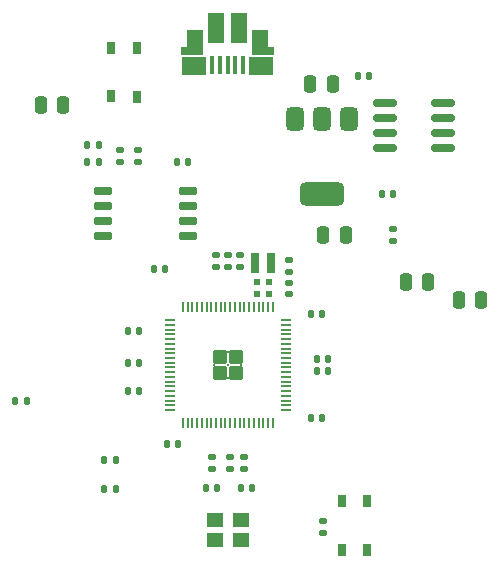
<source format=gtp>
G04 #@! TF.GenerationSoftware,KiCad,Pcbnew,9.0.5*
G04 #@! TF.CreationDate,2025-11-21T14:26:13-06:00*
G04 #@! TF.ProjectId,ece362snakegamepcb,65636533-3632-4736-9e61-6b6567616d65,REV3*
G04 #@! TF.SameCoordinates,Original*
G04 #@! TF.FileFunction,Paste,Top*
G04 #@! TF.FilePolarity,Positive*
%FSLAX46Y46*%
G04 Gerber Fmt 4.6, Leading zero omitted, Abs format (unit mm)*
G04 Created by KiCad (PCBNEW 9.0.5) date 2025-11-21 14:26:13*
%MOMM*%
%LPD*%
G01*
G04 APERTURE LIST*
G04 Aperture macros list*
%AMRoundRect*
0 Rectangle with rounded corners*
0 $1 Rounding radius*
0 $2 $3 $4 $5 $6 $7 $8 $9 X,Y pos of 4 corners*
0 Add a 4 corners polygon primitive as box body*
4,1,4,$2,$3,$4,$5,$6,$7,$8,$9,$2,$3,0*
0 Add four circle primitives for the rounded corners*
1,1,$1+$1,$2,$3*
1,1,$1+$1,$4,$5*
1,1,$1+$1,$6,$7*
1,1,$1+$1,$8,$9*
0 Add four rect primitives between the rounded corners*
20,1,$1+$1,$2,$3,$4,$5,0*
20,1,$1+$1,$4,$5,$6,$7,0*
20,1,$1+$1,$6,$7,$8,$9,0*
20,1,$1+$1,$8,$9,$2,$3,0*%
G04 Aperture macros list end*
%ADD10RoundRect,0.250000X-0.350000X-0.350000X0.350000X-0.350000X0.350000X0.350000X-0.350000X0.350000X0*%
%ADD11RoundRect,0.055000X0.335000X-0.055000X0.335000X0.055000X-0.335000X0.055000X-0.335000X-0.055000X0*%
%ADD12RoundRect,0.055000X-0.055000X-0.335000X0.055000X-0.335000X0.055000X0.335000X-0.055000X0.335000X0*%
%ADD13R,0.133333X0.133333*%
%ADD14RoundRect,0.375000X-0.375000X0.625000X-0.375000X-0.625000X0.375000X-0.625000X0.375000X0.625000X0*%
%ADD15RoundRect,0.500000X-1.400000X0.500000X-1.400000X-0.500000X1.400000X-0.500000X1.400000X0.500000X0*%
%ADD16R,0.400000X1.650000*%
%ADD17R,1.825000X0.700000*%
%ADD18R,2.000000X1.500000*%
%ADD19R,1.350000X2.000000*%
%ADD20R,1.430000X2.500000*%
%ADD21RoundRect,0.250000X-0.250000X-0.475000X0.250000X-0.475000X0.250000X0.475000X-0.250000X0.475000X0*%
%ADD22RoundRect,0.140000X0.140000X0.170000X-0.140000X0.170000X-0.140000X-0.170000X0.140000X-0.170000X0*%
%ADD23RoundRect,0.135000X-0.185000X0.135000X-0.185000X-0.135000X0.185000X-0.135000X0.185000X0.135000X0*%
%ADD24RoundRect,0.150000X-0.650000X-0.150000X0.650000X-0.150000X0.650000X0.150000X-0.650000X0.150000X0*%
%ADD25RoundRect,0.140000X-0.140000X-0.170000X0.140000X-0.170000X0.140000X0.170000X-0.140000X0.170000X0*%
%ADD26RoundRect,0.140000X0.170000X-0.140000X0.170000X0.140000X-0.170000X0.140000X-0.170000X-0.140000X0*%
%ADD27R,1.400000X1.200000*%
%ADD28RoundRect,0.140000X-0.170000X0.140000X-0.170000X-0.140000X0.170000X-0.140000X0.170000X0.140000X0*%
%ADD29R,0.470000X0.530000*%
%ADD30RoundRect,0.250000X0.250000X0.475000X-0.250000X0.475000X-0.250000X-0.475000X0.250000X-0.475000X0*%
%ADD31R,0.650000X1.050000*%
%ADD32RoundRect,0.135000X-0.135000X-0.185000X0.135000X-0.185000X0.135000X0.185000X-0.135000X0.185000X0*%
%ADD33RoundRect,0.150000X-0.825000X-0.150000X0.825000X-0.150000X0.825000X0.150000X-0.825000X0.150000X0*%
%ADD34R,0.700000X1.700000*%
G04 APERTURE END LIST*
D10*
X99300000Y-99300000D03*
X99300000Y-100700000D03*
X100700000Y-99300000D03*
X100700000Y-100700000D03*
D11*
X95103500Y-96200000D03*
X95103500Y-96600000D03*
X95103500Y-97000000D03*
X95103500Y-97400000D03*
X95103500Y-97800000D03*
X95103500Y-98200000D03*
X95103500Y-98600000D03*
X95103500Y-99000000D03*
X95103500Y-99400000D03*
X95103500Y-99800000D03*
X95103500Y-100200000D03*
X95103500Y-100600000D03*
X95103500Y-101000000D03*
X95103500Y-101400000D03*
X95103500Y-101800000D03*
X95103500Y-102200000D03*
X95103500Y-102600000D03*
X95103500Y-103000000D03*
X95103500Y-103400000D03*
X95103500Y-103800000D03*
D12*
X96200000Y-104896500D03*
X96600000Y-104896500D03*
X97000000Y-104896500D03*
X97400000Y-104896500D03*
X97800000Y-104896500D03*
X98200000Y-104896500D03*
X98600000Y-104896500D03*
X99000000Y-104896500D03*
X99400000Y-104896500D03*
X99800000Y-104896500D03*
X100200000Y-104896500D03*
X100600000Y-104896500D03*
X101000000Y-104896500D03*
X101400000Y-104896500D03*
X101800000Y-104896500D03*
X102200000Y-104896500D03*
X102600000Y-104896500D03*
X103000000Y-104896500D03*
X103400000Y-104896500D03*
X103800000Y-104896500D03*
D11*
X104896500Y-103800000D03*
X104896500Y-103400000D03*
X104896500Y-103000000D03*
X104896500Y-102600000D03*
X104896500Y-102200000D03*
X104896500Y-101800000D03*
X104896500Y-101400000D03*
X104896500Y-101000000D03*
X104896500Y-100600000D03*
X104896500Y-100200000D03*
X104896500Y-99800000D03*
X104896500Y-99400000D03*
X104896500Y-99000000D03*
X104896500Y-98600000D03*
X104896500Y-98200000D03*
X104896500Y-97800000D03*
X104896500Y-97400000D03*
X104896500Y-97000000D03*
X104896500Y-96600000D03*
X104896500Y-96200000D03*
D12*
X103800000Y-95103500D03*
X103400000Y-95103500D03*
X103000000Y-95103500D03*
X102600000Y-95103500D03*
X102200000Y-95103500D03*
X101800000Y-95103500D03*
X101400000Y-95103500D03*
X101000000Y-95103500D03*
X100600000Y-95103500D03*
X100200000Y-95103500D03*
X99800000Y-95103500D03*
X99400000Y-95103500D03*
X99000000Y-95103500D03*
X98600000Y-95103500D03*
X98200000Y-95103500D03*
X97800000Y-95103500D03*
X97400000Y-95103500D03*
X97000000Y-95103500D03*
X96600000Y-95103500D03*
X96200000Y-95103500D03*
D13*
X98866667Y-98866667D03*
X98866667Y-100000000D03*
X98866667Y-101133333D03*
X100000000Y-98866667D03*
X100000000Y-100000000D03*
X100000000Y-101133333D03*
X101133333Y-98866667D03*
X101133333Y-100000000D03*
X101133333Y-101133333D03*
D14*
X110300000Y-79200000D03*
X108000000Y-79200000D03*
D15*
X108000000Y-85500000D03*
D14*
X105700000Y-79200000D03*
D16*
X101300000Y-74600000D03*
X100650000Y-74600000D03*
X100000000Y-74600000D03*
X99350000Y-74600000D03*
X98700000Y-74600000D03*
D17*
X102950000Y-73400000D03*
D18*
X102850000Y-74700000D03*
D19*
X102730000Y-72650000D03*
D20*
X100960000Y-71450000D03*
X99040000Y-71450000D03*
D19*
X97250000Y-72650000D03*
D18*
X97100000Y-74720000D03*
D17*
X97000000Y-73400000D03*
D21*
X108075000Y-89000000D03*
X109975000Y-89000000D03*
D22*
X92480000Y-102200000D03*
X91520000Y-102200000D03*
X96665000Y-82830000D03*
X95705000Y-82830000D03*
D23*
X92400000Y-81790000D03*
X92400000Y-82810000D03*
D24*
X89400000Y-85295000D03*
X89400000Y-86565000D03*
X89400000Y-87835000D03*
X89400000Y-89105000D03*
X96600000Y-89105000D03*
X96600000Y-87835000D03*
X96600000Y-86565000D03*
X96600000Y-85295000D03*
D25*
X101115000Y-110420000D03*
X102075000Y-110420000D03*
D26*
X99000000Y-91680000D03*
X99000000Y-90720000D03*
D25*
X107525000Y-100500000D03*
X108485000Y-100500000D03*
X107020000Y-104500000D03*
X107980000Y-104500000D03*
D23*
X100000000Y-90690000D03*
X100000000Y-91710000D03*
D21*
X106987500Y-76200000D03*
X108887500Y-76200000D03*
D22*
X92480000Y-97100000D03*
X91520000Y-97100000D03*
X99105000Y-110420000D03*
X98145000Y-110420000D03*
D23*
X101000000Y-90690000D03*
X101000000Y-91710000D03*
D25*
X107020000Y-95700000D03*
X107980000Y-95700000D03*
D23*
X100200000Y-107795000D03*
X100200000Y-108815000D03*
D27*
X98900000Y-114850000D03*
X101100000Y-114850000D03*
X101100000Y-113150000D03*
X98900000Y-113150000D03*
D21*
X84165000Y-78000000D03*
X86065000Y-78000000D03*
D23*
X105200000Y-91140000D03*
X105200000Y-92160000D03*
X108100000Y-113190000D03*
X108100000Y-114210000D03*
D28*
X105200000Y-93020000D03*
X105200000Y-93980000D03*
D29*
X102485000Y-93000000D03*
X103515000Y-93000000D03*
D30*
X116950000Y-93000000D03*
X115050000Y-93000000D03*
D22*
X94680000Y-91900000D03*
X93720000Y-91900000D03*
D21*
X119550000Y-94500000D03*
X121450000Y-94500000D03*
D31*
X92275000Y-73125000D03*
X92275000Y-77275000D03*
X90125000Y-73125000D03*
X90125000Y-77250000D03*
D32*
X89490000Y-108000000D03*
X90510000Y-108000000D03*
D23*
X90900000Y-81790000D03*
X90900000Y-82810000D03*
D29*
X102485000Y-93950000D03*
X103515000Y-93950000D03*
D32*
X88090000Y-82800000D03*
X89110000Y-82800000D03*
D22*
X113980000Y-85500000D03*
X113020000Y-85500000D03*
D32*
X88090000Y-81400000D03*
X89110000Y-81400000D03*
D28*
X101400000Y-107820000D03*
X101400000Y-108780000D03*
D22*
X111980000Y-75500000D03*
X111020000Y-75500000D03*
D23*
X114000000Y-88490000D03*
X114000000Y-89510000D03*
D33*
X113275000Y-77819451D03*
X113275000Y-79089451D03*
X113275000Y-80359451D03*
X113275000Y-81629451D03*
X118225000Y-81629451D03*
X118225000Y-80359451D03*
X118225000Y-79089451D03*
X118225000Y-77819451D03*
D34*
X102300000Y-91350000D03*
X103700000Y-91350000D03*
D22*
X92480000Y-99800000D03*
X91520000Y-99800000D03*
X95780000Y-106700000D03*
X94820000Y-106700000D03*
D31*
X109650000Y-115675000D03*
X109650000Y-111525000D03*
X111800000Y-115675000D03*
X111800000Y-111550000D03*
D25*
X107520000Y-99500000D03*
X108480000Y-99500000D03*
D32*
X89490000Y-110500000D03*
X90510000Y-110500000D03*
X81990000Y-103000000D03*
X83010000Y-103000000D03*
D28*
X98700000Y-107820000D03*
X98700000Y-108780000D03*
M02*

</source>
